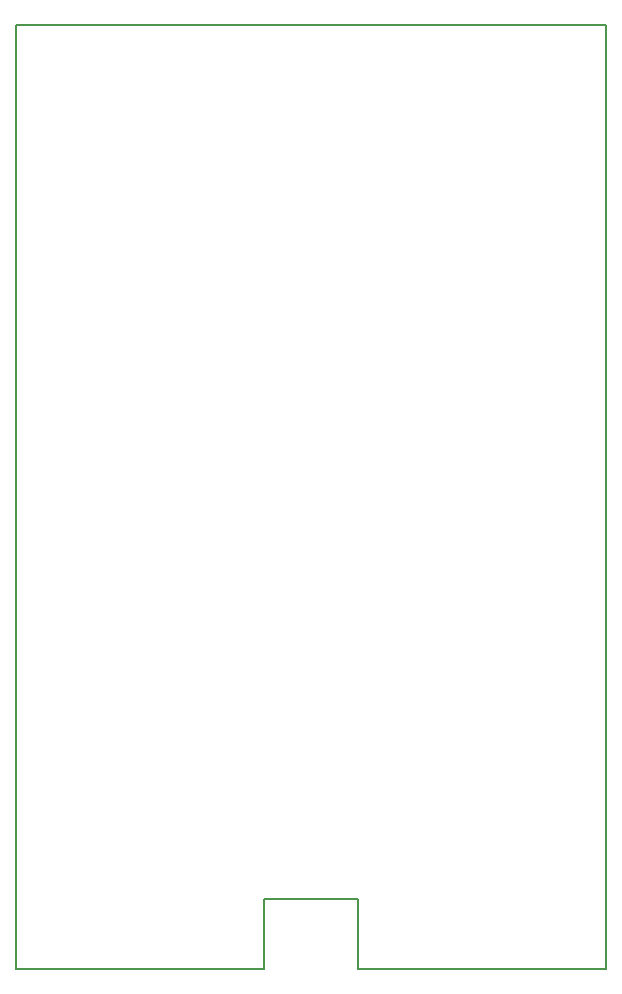
<source format=gbr>
G04 #@! TF.GenerationSoftware,KiCad,Pcbnew,(5.1.8)-1*
G04 #@! TF.CreationDate,2020-12-29T10:05:09+01:00*
G04 #@! TF.ProjectId,TinXsat,54696e58-7361-4742-9e6b-696361645f70,rev?*
G04 #@! TF.SameCoordinates,Original*
G04 #@! TF.FileFunction,Profile,NP*
%FSLAX46Y46*%
G04 Gerber Fmt 4.6, Leading zero omitted, Abs format (unit mm)*
G04 Created by KiCad (PCBNEW (5.1.8)-1) date 2020-12-29 10:05:09*
%MOMM*%
%LPD*%
G01*
G04 APERTURE LIST*
G04 #@! TA.AperFunction,Profile*
%ADD10C,0.150000*%
G04 #@! TD*
G04 APERTURE END LIST*
D10*
X79000000Y-124000000D02*
X71000000Y-124000000D01*
X79000000Y-130000000D02*
X79000000Y-124000000D01*
X71000000Y-130000000D02*
X71000000Y-124000000D01*
X100000000Y-130000000D02*
X79000000Y-130000000D01*
X71000000Y-130000000D02*
X50000000Y-130000000D01*
X50000000Y-130000000D02*
X50000000Y-50000000D01*
X100000000Y-50000000D02*
X100000000Y-130000000D01*
X50000000Y-50000000D02*
X100000000Y-50000000D01*
M02*

</source>
